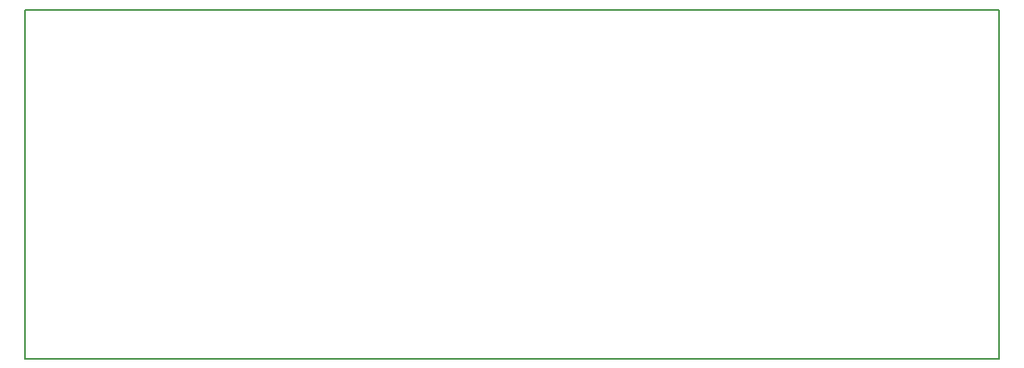
<source format=gm1>
G04 #@! TF.FileFunction,Profile,NP*
%FSLAX46Y46*%
G04 Gerber Fmt 4.6, Leading zero omitted, Abs format (unit mm)*
G04 Created by KiCad (PCBNEW 4.0.6) date 06/10/17 19:53:39*
%MOMM*%
%LPD*%
G01*
G04 APERTURE LIST*
%ADD10C,0.100000*%
%ADD11C,0.150000*%
G04 APERTURE END LIST*
D10*
D11*
X92710000Y-147320000D02*
X92710000Y-111760000D01*
X191770000Y-111760000D02*
X191770000Y-147320000D01*
X92710000Y-111760000D02*
X191770000Y-111760000D01*
X191770000Y-147320000D02*
X92710000Y-147320000D01*
M02*

</source>
